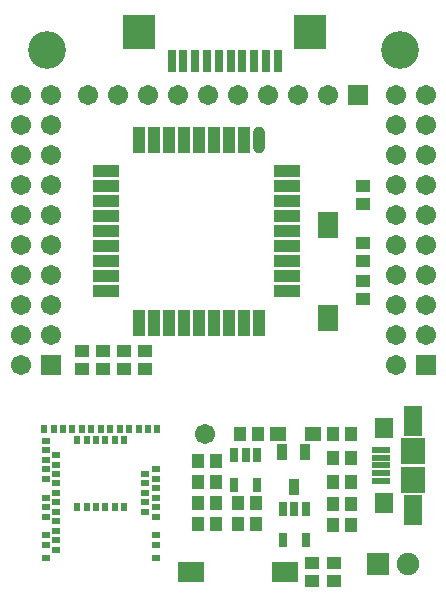
<source format=gts>
G04*
G04 #@! TF.GenerationSoftware,Altium Limited,Altium Designer,20.2.6 (244)*
G04*
G04 Layer_Color=8388736*
%FSLAX25Y25*%
%MOIN*%
G70*
G04*
G04 #@! TF.SameCoordinates,311AA1CE-0284-405A-9FC1-4CD4DC225AB5*
G04*
G04*
G04 #@! TF.FilePolarity,Negative*
G04*
G01*
G75*
%ADD36R,0.03162X0.02375*%
%ADD37R,0.02375X0.03162*%
%ADD38R,0.03162X0.07493*%
%ADD39R,0.10642X0.11824*%
%ADD40R,0.09068X0.03950*%
%ADD41R,0.03950X0.09068*%
%ADD42O,0.03950X0.09068*%
%ADD43R,0.05721X0.04737*%
%ADD44R,0.08674X0.06706*%
%ADD45R,0.04658X0.04461*%
%ADD46R,0.05918X0.09855*%
%ADD47R,0.08280X0.08674*%
%ADD48R,0.06115X0.02375*%
%ADD49R,0.06312X0.07099*%
G04:AMPARAMS|DCode=50|XSize=67.06mil|YSize=67.06mil|CornerRadius=33.53mil|HoleSize=0mil|Usage=FLASHONLY|Rotation=0.000|XOffset=0mil|YOffset=0mil|HoleType=Round|Shape=RoundedRectangle|*
%AMROUNDEDRECTD50*
21,1,0.06706,0.00000,0,0,0.0*
21,1,0.00000,0.06706,0,0,0.0*
1,1,0.06706,0.00000,0.00000*
1,1,0.06706,0.00000,0.00000*
1,1,0.06706,0.00000,0.00000*
1,1,0.06706,0.00000,0.00000*
%
%ADD50ROUNDEDRECTD50*%
%ADD51R,0.04461X0.04658*%
%ADD52R,0.03359X0.05328*%
%ADD53R,0.03162X0.05131*%
%ADD54R,0.06706X0.08674*%
%ADD55C,0.12611*%
%ADD56C,0.06706*%
%ADD57R,0.06706X0.06706*%
%ADD58R,0.07493X0.07493*%
%ADD59C,0.07493*%
%ADD60R,0.06706X0.06706*%
D36*
X-23000Y-206331D02*
D03*
Y-198850D02*
D03*
Y-192551D02*
D03*
X-26543Y-190976D02*
D03*
Y-187827D02*
D03*
Y-184677D02*
D03*
X-23000Y-183102D02*
D03*
X-26543Y-181528D02*
D03*
X-23000Y-179953D02*
D03*
X-26543Y-178378D02*
D03*
X-23000Y-176803D02*
D03*
Y-186252D02*
D03*
Y-189402D02*
D03*
Y-202000D02*
D03*
X-59614Y-167354D02*
D03*
Y-170504D02*
D03*
Y-173654D02*
D03*
X-56071Y-175228D02*
D03*
Y-178378D02*
D03*
X-59614Y-176803D02*
D03*
X-56071Y-172079D02*
D03*
X-59614Y-179953D02*
D03*
X-56071Y-181528D02*
D03*
Y-184677D02*
D03*
X-59614Y-186252D02*
D03*
X-56071Y-187827D02*
D03*
X-59614Y-189402D02*
D03*
X-56071Y-190976D02*
D03*
X-59614Y-192551D02*
D03*
X-56071Y-194126D02*
D03*
Y-197276D02*
D03*
X-59614Y-198850D02*
D03*
X-56071Y-200425D02*
D03*
X-59614Y-202000D02*
D03*
X-56071Y-203575D02*
D03*
X-59614Y-206331D02*
D03*
D37*
X-22409Y-163417D02*
D03*
X-25559D02*
D03*
X-28709D02*
D03*
X-31858D02*
D03*
X-35008D02*
D03*
X-38157D02*
D03*
X-41307D02*
D03*
X-44457D02*
D03*
X-47606D02*
D03*
X-36583Y-166961D02*
D03*
X-39732D02*
D03*
X-42882D02*
D03*
X-46031D02*
D03*
X-49181D02*
D03*
X-57055Y-163417D02*
D03*
X-50756D02*
D03*
X-53905D02*
D03*
X-60205D02*
D03*
X-33433Y-166961D02*
D03*
Y-189402D02*
D03*
X-36583D02*
D03*
X-39732D02*
D03*
X-42882D02*
D03*
X-46031D02*
D03*
X-49181D02*
D03*
D38*
X17717Y-40646D02*
D03*
X13780D02*
D03*
X9843D02*
D03*
X5906D02*
D03*
X1969D02*
D03*
X-1969D02*
D03*
X-17717D02*
D03*
X-13780D02*
D03*
X-9843D02*
D03*
X-5906D02*
D03*
D39*
X-28543Y-31000D02*
D03*
X28543D02*
D03*
D40*
X20913Y-77500D02*
D03*
Y-82500D02*
D03*
Y-87500D02*
D03*
Y-92500D02*
D03*
Y-97500D02*
D03*
Y-102500D02*
D03*
Y-107500D02*
D03*
Y-112500D02*
D03*
X-39500Y-117500D02*
D03*
Y-112500D02*
D03*
Y-107500D02*
D03*
Y-102500D02*
D03*
Y-97500D02*
D03*
Y-92500D02*
D03*
Y-87500D02*
D03*
Y-82500D02*
D03*
Y-77500D02*
D03*
X20913Y-117500D02*
D03*
D41*
X11500Y-128000D02*
D03*
X6500D02*
D03*
X1500D02*
D03*
X-3500D02*
D03*
X-8500D02*
D03*
X-13500D02*
D03*
X-18500D02*
D03*
X-23500D02*
D03*
X-28500D02*
D03*
Y-67000D02*
D03*
X-23500D02*
D03*
X-18500D02*
D03*
X-13500D02*
D03*
X-8500D02*
D03*
X-3500D02*
D03*
X1500D02*
D03*
X6500D02*
D03*
D42*
X11500D02*
D03*
D43*
X17693Y-165000D02*
D03*
X29307D02*
D03*
D44*
X20000Y-211000D02*
D03*
X-11231Y-211079D02*
D03*
D45*
X-26500Y-137469D02*
D03*
Y-143532D02*
D03*
X36500Y-214032D02*
D03*
Y-207968D02*
D03*
X29000Y-207968D02*
D03*
Y-214032D02*
D03*
X46000Y-82468D02*
D03*
Y-88532D02*
D03*
Y-101469D02*
D03*
Y-107531D02*
D03*
Y-113969D02*
D03*
Y-120031D02*
D03*
X-33500Y-143532D02*
D03*
Y-137469D02*
D03*
X-40500Y-143532D02*
D03*
Y-137469D02*
D03*
X-47500Y-143532D02*
D03*
Y-137469D02*
D03*
D46*
X62766Y-190264D02*
D03*
Y-160736D02*
D03*
D47*
Y-170579D02*
D03*
Y-180421D02*
D03*
D48*
X52234Y-172941D02*
D03*
Y-175500D02*
D03*
Y-178059D02*
D03*
Y-180618D02*
D03*
Y-170382D02*
D03*
D49*
X53120Y-162902D02*
D03*
Y-188098D02*
D03*
D50*
X-6500Y-165000D02*
D03*
D51*
X42063Y-188402D02*
D03*
X36000D02*
D03*
X42063Y-195402D02*
D03*
X36000D02*
D03*
X-2968Y-181000D02*
D03*
X-9031D02*
D03*
X11032Y-165000D02*
D03*
X4969D02*
D03*
X42031Y-181000D02*
D03*
X35969D02*
D03*
X35969Y-165000D02*
D03*
X42031D02*
D03*
X-9031Y-188000D02*
D03*
X-2968D02*
D03*
X-9031Y-195000D02*
D03*
X-2968D02*
D03*
X10531Y-188000D02*
D03*
X4468D02*
D03*
X10531Y-195000D02*
D03*
X4468D02*
D03*
X42031Y-173000D02*
D03*
X35969D02*
D03*
X-2968Y-174000D02*
D03*
X-9031D02*
D03*
D52*
X26740Y-171193D02*
D03*
X19260D02*
D03*
X23000Y-182807D02*
D03*
D53*
X10740Y-171882D02*
D03*
X7000D02*
D03*
X3260D02*
D03*
Y-182118D02*
D03*
X10740D02*
D03*
X27000Y-200236D02*
D03*
X19520D02*
D03*
Y-190000D02*
D03*
X23260D02*
D03*
X27000D02*
D03*
D54*
X34500Y-126500D02*
D03*
X34421Y-95269D02*
D03*
D55*
X-59181Y-37039D02*
D03*
X58417D02*
D03*
D56*
X67000Y-72000D02*
D03*
X57000D02*
D03*
X67000Y-62000D02*
D03*
X57000D02*
D03*
X67000Y-52000D02*
D03*
X57000D02*
D03*
Y-82000D02*
D03*
X67000D02*
D03*
X57000Y-92000D02*
D03*
X67000D02*
D03*
X57000Y-102000D02*
D03*
X67000D02*
D03*
X57000Y-112000D02*
D03*
X67000D02*
D03*
X57000Y-122000D02*
D03*
X67000D02*
D03*
X57000Y-132000D02*
D03*
X67000D02*
D03*
X57000Y-142000D02*
D03*
X24500Y-52000D02*
D03*
X-45500D02*
D03*
X-35500D02*
D03*
X-25500D02*
D03*
X-15500D02*
D03*
X-5500D02*
D03*
X4500D02*
D03*
X14500D02*
D03*
X34500D02*
D03*
X-68000Y-142000D02*
D03*
X-58000Y-132000D02*
D03*
X-68000D02*
D03*
X-58000Y-122000D02*
D03*
X-68000D02*
D03*
X-58000Y-112000D02*
D03*
X-68000D02*
D03*
X-58000Y-102000D02*
D03*
X-68000D02*
D03*
X-58000Y-92000D02*
D03*
X-68000D02*
D03*
X-58000Y-82000D02*
D03*
X-68000D02*
D03*
X-58000Y-72000D02*
D03*
X-68000D02*
D03*
X-58000Y-62000D02*
D03*
X-68000D02*
D03*
X-58000Y-52000D02*
D03*
X-68000D02*
D03*
D57*
X67000Y-142000D02*
D03*
X-58000D02*
D03*
D58*
X51000Y-208500D02*
D03*
D59*
X61000D02*
D03*
D60*
X44500Y-52000D02*
D03*
M02*

</source>
